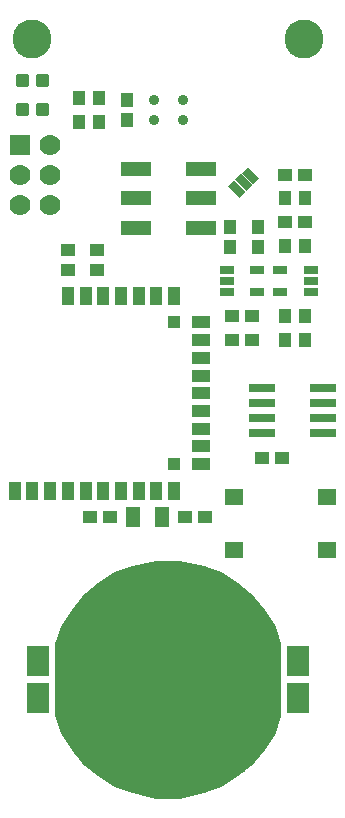
<source format=gts>
G75*
%MOIN*%
%OFA0B0*%
%FSLAX25Y25*%
%IPPOS*%
%LPD*%
%AMOC8*
5,1,8,0,0,1.08239X$1,22.5*
%
%ADD10C,0.12998*%
%ADD11C,0.01301*%
%ADD12R,0.04337X0.04731*%
%ADD13R,0.07400X0.10400*%
%ADD14C,0.31896*%
%ADD15C,0.00500*%
%ADD16R,0.04731X0.04337*%
%ADD17R,0.05124X0.02565*%
%ADD18R,0.09061X0.02762*%
%ADD19R,0.04731X0.07093*%
%ADD20R,0.02900X0.05400*%
%ADD21R,0.04337X0.06306*%
%ADD22R,0.06306X0.04337*%
%ADD23R,0.04337X0.04337*%
%ADD24C,0.03550*%
%ADD25R,0.07000X0.07000*%
%ADD26C,0.07000*%
%ADD27R,0.06306X0.05518*%
%ADD28R,0.10243X0.05124*%
D10*
X0015660Y0263611D03*
X0106211Y0263611D03*
D11*
X0020631Y0251349D02*
X0020631Y0248313D01*
X0017595Y0248313D01*
X0017595Y0251349D01*
X0020631Y0251349D01*
X0020631Y0249613D02*
X0017595Y0249613D01*
X0017595Y0250913D02*
X0020631Y0250913D01*
X0020631Y0241507D02*
X0020631Y0238471D01*
X0017595Y0238471D01*
X0017595Y0241507D01*
X0020631Y0241507D01*
X0020631Y0239771D02*
X0017595Y0239771D01*
X0017595Y0241071D02*
X0020631Y0241071D01*
X0013726Y0241507D02*
X0013726Y0238471D01*
X0010690Y0238471D01*
X0010690Y0241507D01*
X0013726Y0241507D01*
X0013726Y0239771D02*
X0010690Y0239771D01*
X0010690Y0241071D02*
X0013726Y0241071D01*
X0013726Y0248313D02*
X0013726Y0251349D01*
X0013726Y0248313D02*
X0010690Y0248313D01*
X0010690Y0251349D01*
X0013726Y0251349D01*
X0013726Y0249613D02*
X0010690Y0249613D01*
X0010690Y0250913D02*
X0013726Y0250913D01*
D12*
X0031015Y0243926D03*
X0031015Y0236052D03*
X0037708Y0236052D03*
X0037708Y0243926D03*
X0047156Y0243335D03*
X0047156Y0236643D03*
X0081605Y0201013D03*
X0081605Y0194320D03*
X0090956Y0194320D03*
X0090956Y0201013D03*
X0099912Y0194713D03*
X0106605Y0194713D03*
X0106605Y0210461D03*
X0099912Y0210461D03*
X0099912Y0171091D03*
X0099912Y0163217D03*
X0106605Y0163217D03*
X0106605Y0171091D03*
D13*
X0017629Y0043926D03*
X0017629Y0056131D03*
X0104243Y0056131D03*
X0104243Y0043926D03*
D14*
X0060936Y0050028D03*
D15*
X0023534Y0050028D01*
X0023534Y0038217D01*
X0025503Y0032312D01*
X0029440Y0026406D01*
X0032983Y0022076D01*
X0037314Y0018532D01*
X0043219Y0014595D01*
X0049125Y0012627D01*
X0056999Y0010658D01*
X0060936Y0010658D01*
X0060936Y0050028D01*
X0098337Y0050028D01*
X0098337Y0061839D01*
X0096369Y0067745D01*
X0092432Y0073650D01*
X0088889Y0077981D01*
X0084558Y0081524D01*
X0078652Y0085461D01*
X0072747Y0087430D01*
X0064873Y0089398D01*
X0060936Y0089398D01*
X0060936Y0050028D01*
X0060936Y0010658D01*
X0064873Y0010658D01*
X0072747Y0012627D01*
X0078652Y0014595D01*
X0084558Y0018532D01*
X0088889Y0022076D01*
X0092432Y0026406D01*
X0096369Y0032312D01*
X0098337Y0038217D01*
X0098337Y0050028D01*
X0060936Y0050028D01*
X0060936Y0089398D01*
X0056999Y0089398D01*
X0049125Y0087430D01*
X0043219Y0085461D01*
X0037314Y0081524D01*
X0032983Y0077981D01*
X0029440Y0073650D01*
X0025503Y0067745D01*
X0023534Y0061839D01*
X0023534Y0050028D01*
X0060936Y0050028D01*
X0060936Y0050156D02*
X0098337Y0050156D01*
X0098337Y0050654D02*
X0060936Y0050654D01*
X0023534Y0050654D01*
X0023534Y0050156D02*
X0060936Y0050156D01*
X0060936Y0049657D02*
X0023534Y0049657D01*
X0023534Y0049159D02*
X0060936Y0049159D01*
X0098337Y0049159D01*
X0098337Y0049657D02*
X0060936Y0049657D01*
X0060936Y0048660D02*
X0023534Y0048660D01*
X0023534Y0048162D02*
X0060936Y0048162D01*
X0098337Y0048162D01*
X0098337Y0048660D02*
X0060936Y0048660D01*
X0060936Y0047663D02*
X0023534Y0047663D01*
X0023534Y0047165D02*
X0060936Y0047165D01*
X0098337Y0047165D01*
X0098337Y0047663D02*
X0060936Y0047663D01*
X0060936Y0046666D02*
X0023534Y0046666D01*
X0023534Y0046168D02*
X0060936Y0046168D01*
X0098337Y0046168D01*
X0098337Y0046666D02*
X0060936Y0046666D01*
X0060936Y0045669D02*
X0023534Y0045669D01*
X0023534Y0045170D02*
X0060936Y0045170D01*
X0098337Y0045170D01*
X0098337Y0044672D02*
X0060936Y0044672D01*
X0023534Y0044672D01*
X0023534Y0044173D02*
X0060936Y0044173D01*
X0098337Y0044173D01*
X0098337Y0043675D02*
X0060936Y0043675D01*
X0023534Y0043675D01*
X0023534Y0043176D02*
X0060936Y0043176D01*
X0098337Y0043176D01*
X0098337Y0042678D02*
X0060936Y0042678D01*
X0023534Y0042678D01*
X0023534Y0042179D02*
X0060936Y0042179D01*
X0098337Y0042179D01*
X0098337Y0041681D02*
X0060936Y0041681D01*
X0023534Y0041681D01*
X0023534Y0041182D02*
X0060936Y0041182D01*
X0098337Y0041182D01*
X0098337Y0040684D02*
X0060936Y0040684D01*
X0023534Y0040684D01*
X0023534Y0040185D02*
X0060936Y0040185D01*
X0098337Y0040185D01*
X0098337Y0039687D02*
X0060936Y0039687D01*
X0023534Y0039687D01*
X0023534Y0039188D02*
X0060936Y0039188D01*
X0098337Y0039188D01*
X0098337Y0038690D02*
X0060936Y0038690D01*
X0023534Y0038690D01*
X0023543Y0038191D02*
X0060936Y0038191D01*
X0098329Y0038191D01*
X0098163Y0037693D02*
X0060936Y0037693D01*
X0023709Y0037693D01*
X0023875Y0037194D02*
X0060936Y0037194D01*
X0097996Y0037194D01*
X0097830Y0036696D02*
X0060936Y0036696D01*
X0024041Y0036696D01*
X0024208Y0036197D02*
X0060936Y0036197D01*
X0097664Y0036197D01*
X0097498Y0035699D02*
X0060936Y0035699D01*
X0024374Y0035699D01*
X0024540Y0035200D02*
X0060936Y0035200D01*
X0097332Y0035200D01*
X0097166Y0034702D02*
X0060936Y0034702D01*
X0024706Y0034702D01*
X0024872Y0034203D02*
X0060936Y0034203D01*
X0096999Y0034203D01*
X0096833Y0033705D02*
X0060936Y0033705D01*
X0025038Y0033705D01*
X0025205Y0033206D02*
X0060936Y0033206D01*
X0096667Y0033206D01*
X0096501Y0032708D02*
X0060936Y0032708D01*
X0025371Y0032708D01*
X0025571Y0032209D02*
X0060936Y0032209D01*
X0096301Y0032209D01*
X0095968Y0031711D02*
X0060936Y0031711D01*
X0025904Y0031711D01*
X0026236Y0031212D02*
X0060936Y0031212D01*
X0095636Y0031212D01*
X0095303Y0030714D02*
X0060936Y0030714D01*
X0026568Y0030714D01*
X0026901Y0030215D02*
X0060936Y0030215D01*
X0094971Y0030215D01*
X0094639Y0029717D02*
X0060936Y0029717D01*
X0027233Y0029717D01*
X0027565Y0029218D02*
X0060936Y0029218D01*
X0094306Y0029218D01*
X0093974Y0028720D02*
X0060936Y0028720D01*
X0027898Y0028720D01*
X0028230Y0028221D02*
X0060936Y0028221D01*
X0093642Y0028221D01*
X0093309Y0027723D02*
X0060936Y0027723D01*
X0028562Y0027723D01*
X0028895Y0027224D02*
X0060936Y0027224D01*
X0092977Y0027224D01*
X0092645Y0026726D02*
X0060936Y0026726D01*
X0029227Y0026726D01*
X0029586Y0026227D02*
X0060936Y0026227D01*
X0092285Y0026227D01*
X0091877Y0025729D02*
X0060936Y0025729D01*
X0029994Y0025729D01*
X0030402Y0025230D02*
X0060936Y0025230D01*
X0091470Y0025230D01*
X0091062Y0024732D02*
X0060936Y0024732D01*
X0030810Y0024732D01*
X0031218Y0024233D02*
X0060936Y0024233D01*
X0090654Y0024233D01*
X0090246Y0023734D02*
X0060936Y0023734D01*
X0031626Y0023734D01*
X0032034Y0023236D02*
X0060936Y0023236D01*
X0089838Y0023236D01*
X0089430Y0022737D02*
X0060936Y0022737D01*
X0032442Y0022737D01*
X0032849Y0022239D02*
X0060936Y0022239D01*
X0089022Y0022239D01*
X0088479Y0021740D02*
X0060936Y0021740D01*
X0033393Y0021740D01*
X0034002Y0021242D02*
X0060936Y0021242D01*
X0087870Y0021242D01*
X0087260Y0020743D02*
X0060936Y0020743D01*
X0034611Y0020743D01*
X0035221Y0020245D02*
X0060936Y0020245D01*
X0086651Y0020245D01*
X0086042Y0019746D02*
X0060936Y0019746D01*
X0035830Y0019746D01*
X0036439Y0019248D02*
X0060936Y0019248D01*
X0085433Y0019248D01*
X0084823Y0018749D02*
X0060936Y0018749D01*
X0037048Y0018749D01*
X0037736Y0018251D02*
X0060936Y0018251D01*
X0084136Y0018251D01*
X0083388Y0017752D02*
X0060936Y0017752D01*
X0038484Y0017752D01*
X0039231Y0017254D02*
X0060936Y0017254D01*
X0082640Y0017254D01*
X0081892Y0016755D02*
X0060936Y0016755D01*
X0039979Y0016755D01*
X0040727Y0016257D02*
X0060936Y0016257D01*
X0081145Y0016257D01*
X0080397Y0015758D02*
X0060936Y0015758D01*
X0041475Y0015758D01*
X0042223Y0015260D02*
X0060936Y0015260D01*
X0079649Y0015260D01*
X0078901Y0014761D02*
X0060936Y0014761D01*
X0042970Y0014761D01*
X0044217Y0014263D02*
X0060936Y0014263D01*
X0077655Y0014263D01*
X0076159Y0013764D02*
X0060936Y0013764D01*
X0045712Y0013764D01*
X0047208Y0013266D02*
X0060936Y0013266D01*
X0074664Y0013266D01*
X0073168Y0012767D02*
X0060936Y0012767D01*
X0048703Y0012767D01*
X0050557Y0012269D02*
X0060936Y0012269D01*
X0071315Y0012269D01*
X0069321Y0011770D02*
X0060936Y0011770D01*
X0052551Y0011770D01*
X0054545Y0011272D02*
X0060936Y0011272D01*
X0067327Y0011272D01*
X0065333Y0010773D02*
X0060936Y0010773D01*
X0056539Y0010773D01*
X0060936Y0045669D02*
X0098337Y0045669D01*
X0098337Y0051153D02*
X0060936Y0051153D01*
X0023534Y0051153D01*
X0023534Y0051651D02*
X0060936Y0051651D01*
X0098337Y0051651D01*
X0098337Y0052150D02*
X0060936Y0052150D01*
X0023534Y0052150D01*
X0023534Y0052648D02*
X0060936Y0052648D01*
X0098337Y0052648D01*
X0098337Y0053147D02*
X0060936Y0053147D01*
X0023534Y0053147D01*
X0023534Y0053645D02*
X0060936Y0053645D01*
X0098337Y0053645D01*
X0098337Y0054144D02*
X0060936Y0054144D01*
X0023534Y0054144D01*
X0023534Y0054642D02*
X0060936Y0054642D01*
X0098337Y0054642D01*
X0098337Y0055141D02*
X0060936Y0055141D01*
X0023534Y0055141D01*
X0023534Y0055639D02*
X0060936Y0055639D01*
X0098337Y0055639D01*
X0098337Y0056138D02*
X0060936Y0056138D01*
X0023534Y0056138D01*
X0023534Y0056636D02*
X0060936Y0056636D01*
X0098337Y0056636D01*
X0098337Y0057135D02*
X0060936Y0057135D01*
X0023534Y0057135D01*
X0023534Y0057633D02*
X0060936Y0057633D01*
X0098337Y0057633D01*
X0098337Y0058132D02*
X0060936Y0058132D01*
X0023534Y0058132D01*
X0023534Y0058630D02*
X0060936Y0058630D01*
X0098337Y0058630D01*
X0098337Y0059129D02*
X0060936Y0059129D01*
X0023534Y0059129D01*
X0023534Y0059627D02*
X0060936Y0059627D01*
X0098337Y0059627D01*
X0098337Y0060126D02*
X0060936Y0060126D01*
X0023534Y0060126D01*
X0023534Y0060624D02*
X0060936Y0060624D01*
X0098337Y0060624D01*
X0098337Y0061123D02*
X0060936Y0061123D01*
X0023534Y0061123D01*
X0023534Y0061621D02*
X0060936Y0061621D01*
X0098337Y0061621D01*
X0098244Y0062120D02*
X0060936Y0062120D01*
X0023628Y0062120D01*
X0023794Y0062618D02*
X0060936Y0062618D01*
X0098078Y0062618D01*
X0097912Y0063117D02*
X0060936Y0063117D01*
X0023960Y0063117D01*
X0024126Y0063615D02*
X0060936Y0063615D01*
X0097745Y0063615D01*
X0097579Y0064114D02*
X0060936Y0064114D01*
X0024292Y0064114D01*
X0024459Y0064612D02*
X0060936Y0064612D01*
X0097413Y0064612D01*
X0097247Y0065111D02*
X0060936Y0065111D01*
X0024625Y0065111D01*
X0024791Y0065609D02*
X0060936Y0065609D01*
X0097081Y0065609D01*
X0096915Y0066108D02*
X0060936Y0066108D01*
X0024957Y0066108D01*
X0025123Y0066606D02*
X0060936Y0066606D01*
X0096748Y0066606D01*
X0096582Y0067105D02*
X0060936Y0067105D01*
X0025289Y0067105D01*
X0025456Y0067603D02*
X0060936Y0067603D01*
X0096416Y0067603D01*
X0096131Y0068102D02*
X0060936Y0068102D01*
X0025741Y0068102D01*
X0026073Y0068601D02*
X0060936Y0068601D01*
X0095798Y0068601D01*
X0095466Y0069099D02*
X0060936Y0069099D01*
X0026406Y0069099D01*
X0026738Y0069598D02*
X0060936Y0069598D01*
X0095134Y0069598D01*
X0094801Y0070096D02*
X0060936Y0070096D01*
X0027070Y0070096D01*
X0027403Y0070595D02*
X0060936Y0070595D01*
X0094469Y0070595D01*
X0094137Y0071093D02*
X0060936Y0071093D01*
X0027735Y0071093D01*
X0028067Y0071592D02*
X0060936Y0071592D01*
X0093804Y0071592D01*
X0093472Y0072090D02*
X0060936Y0072090D01*
X0028400Y0072090D01*
X0028732Y0072589D02*
X0060936Y0072589D01*
X0093140Y0072589D01*
X0092807Y0073087D02*
X0060936Y0073087D01*
X0029064Y0073087D01*
X0029397Y0073586D02*
X0060936Y0073586D01*
X0092475Y0073586D01*
X0092077Y0074084D02*
X0060936Y0074084D01*
X0029795Y0074084D01*
X0030203Y0074583D02*
X0060936Y0074583D01*
X0091669Y0074583D01*
X0091261Y0075081D02*
X0060936Y0075081D01*
X0030610Y0075081D01*
X0031018Y0075580D02*
X0060936Y0075580D01*
X0090853Y0075580D01*
X0090446Y0076078D02*
X0060936Y0076078D01*
X0031426Y0076078D01*
X0031834Y0076577D02*
X0060936Y0076577D01*
X0090038Y0076577D01*
X0089630Y0077075D02*
X0060936Y0077075D01*
X0032242Y0077075D01*
X0032650Y0077574D02*
X0060936Y0077574D01*
X0089222Y0077574D01*
X0088777Y0078072D02*
X0060936Y0078072D01*
X0033094Y0078072D01*
X0033704Y0078571D02*
X0060936Y0078571D01*
X0088168Y0078571D01*
X0087559Y0079069D02*
X0060936Y0079069D01*
X0034313Y0079069D01*
X0034922Y0079568D02*
X0060936Y0079568D01*
X0086949Y0079568D01*
X0086340Y0080066D02*
X0060936Y0080066D01*
X0035532Y0080066D01*
X0036141Y0080565D02*
X0060936Y0080565D01*
X0085731Y0080565D01*
X0085121Y0081063D02*
X0060936Y0081063D01*
X0036750Y0081063D01*
X0037370Y0081562D02*
X0060936Y0081562D01*
X0084502Y0081562D01*
X0083754Y0082060D02*
X0060936Y0082060D01*
X0038118Y0082060D01*
X0038865Y0082559D02*
X0060936Y0082559D01*
X0083006Y0082559D01*
X0082259Y0083057D02*
X0060936Y0083057D01*
X0039613Y0083057D01*
X0040361Y0083556D02*
X0060936Y0083556D01*
X0081511Y0083556D01*
X0080763Y0084054D02*
X0060936Y0084054D01*
X0041109Y0084054D01*
X0041857Y0084553D02*
X0060936Y0084553D01*
X0080015Y0084553D01*
X0079267Y0085051D02*
X0060936Y0085051D01*
X0042604Y0085051D01*
X0043485Y0085550D02*
X0060936Y0085550D01*
X0078387Y0085550D01*
X0076891Y0086048D02*
X0060936Y0086048D01*
X0044980Y0086048D01*
X0046476Y0086547D02*
X0060936Y0086547D01*
X0075396Y0086547D01*
X0073900Y0087045D02*
X0060936Y0087045D01*
X0047971Y0087045D01*
X0049581Y0087544D02*
X0060936Y0087544D01*
X0072291Y0087544D01*
X0070297Y0088042D02*
X0060936Y0088042D01*
X0051575Y0088042D01*
X0053569Y0088541D02*
X0060936Y0088541D01*
X0068303Y0088541D01*
X0066309Y0089039D02*
X0060936Y0089039D01*
X0055563Y0089039D01*
D16*
X0066448Y0104162D03*
X0073141Y0104162D03*
X0092038Y0123847D03*
X0098731Y0123847D03*
X0088889Y0163217D03*
X0088889Y0171091D03*
X0082196Y0171091D03*
X0082196Y0163217D03*
X0099912Y0202587D03*
X0106605Y0202587D03*
X0106605Y0218335D03*
X0099912Y0218335D03*
X0041645Y0104162D03*
X0034952Y0104162D03*
X0037314Y0186446D03*
X0037314Y0193139D03*
X0027471Y0193139D03*
X0027471Y0186446D03*
D17*
X0080424Y0186643D03*
X0080424Y0182902D03*
X0080424Y0179162D03*
X0090660Y0179162D03*
X0090660Y0186643D03*
X0098141Y0186643D03*
X0098141Y0179162D03*
X0108377Y0179162D03*
X0108377Y0182902D03*
X0108377Y0186643D03*
D18*
X0112511Y0147095D03*
X0112511Y0142095D03*
X0112511Y0137095D03*
X0112511Y0132095D03*
X0092038Y0132095D03*
X0092038Y0137095D03*
X0092038Y0142095D03*
X0092038Y0147095D03*
D19*
X0058967Y0104162D03*
X0049125Y0104162D03*
D20*
G36*
X0080838Y0214495D02*
X0082889Y0216546D01*
X0086706Y0212729D01*
X0084655Y0210678D01*
X0080838Y0214495D01*
G37*
G36*
X0083100Y0216758D02*
X0085151Y0218809D01*
X0088968Y0214992D01*
X0086917Y0212941D01*
X0083100Y0216758D01*
G37*
G36*
X0085363Y0219021D02*
X0087414Y0221072D01*
X0091231Y0217255D01*
X0089180Y0215204D01*
X0085363Y0219021D01*
G37*
D21*
X0062904Y0177981D03*
X0056999Y0177981D03*
X0051093Y0177981D03*
X0045188Y0177981D03*
X0039282Y0177981D03*
X0033377Y0177981D03*
X0027471Y0177981D03*
X0027471Y0113020D03*
X0021566Y0113020D03*
X0015660Y0113020D03*
X0009755Y0113020D03*
X0033377Y0113020D03*
X0039282Y0113020D03*
X0045188Y0113020D03*
X0051093Y0113020D03*
X0056999Y0113020D03*
X0062904Y0113020D03*
D22*
X0071763Y0121879D03*
X0071763Y0127784D03*
X0071763Y0133690D03*
X0071763Y0139595D03*
X0071763Y0145501D03*
X0071763Y0151406D03*
X0071763Y0157312D03*
X0071763Y0163217D03*
X0071763Y0169123D03*
D23*
X0062904Y0169123D03*
X0062904Y0121879D03*
D24*
X0065778Y0236643D03*
X0065778Y0243335D03*
X0056093Y0243335D03*
X0056093Y0236643D03*
D25*
X0011645Y0228335D03*
D26*
X0011645Y0218335D03*
X0011645Y0208335D03*
X0021645Y0208335D03*
X0021645Y0218335D03*
X0021645Y0228335D03*
D27*
X0082786Y0111052D03*
X0082786Y0093335D03*
X0113889Y0093335D03*
X0113889Y0111052D03*
D28*
X0071763Y0200619D03*
X0071763Y0210461D03*
X0071763Y0220304D03*
X0050109Y0220304D03*
X0050109Y0210461D03*
X0050109Y0200619D03*
M02*

</source>
